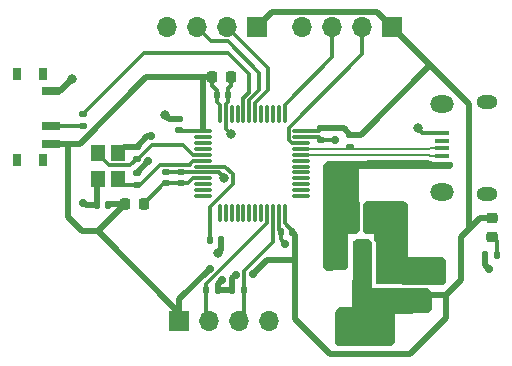
<source format=gbr>
%TF.GenerationSoftware,KiCad,Pcbnew,7.0.9*%
%TF.CreationDate,2023-12-08T01:22:57+08:00*%
%TF.ProjectId,Basic_STM32_Bluepill,42617369-635f-4535-944d-33325f426c75,rev?*%
%TF.SameCoordinates,Original*%
%TF.FileFunction,Copper,L1,Top*%
%TF.FilePolarity,Positive*%
%FSLAX46Y46*%
G04 Gerber Fmt 4.6, Leading zero omitted, Abs format (unit mm)*
G04 Created by KiCad (PCBNEW 7.0.9) date 2023-12-08 01:22:57*
%MOMM*%
%LPD*%
G01*
G04 APERTURE LIST*
G04 Aperture macros list*
%AMRoundRect*
0 Rectangle with rounded corners*
0 $1 Rounding radius*
0 $2 $3 $4 $5 $6 $7 $8 $9 X,Y pos of 4 corners*
0 Add a 4 corners polygon primitive as box body*
4,1,4,$2,$3,$4,$5,$6,$7,$8,$9,$2,$3,0*
0 Add four circle primitives for the rounded corners*
1,1,$1+$1,$2,$3*
1,1,$1+$1,$4,$5*
1,1,$1+$1,$6,$7*
1,1,$1+$1,$8,$9*
0 Add four rect primitives between the rounded corners*
20,1,$1+$1,$2,$3,$4,$5,0*
20,1,$1+$1,$4,$5,$6,$7,0*
20,1,$1+$1,$6,$7,$8,$9,0*
20,1,$1+$1,$8,$9,$2,$3,0*%
G04 Aperture macros list end*
%TA.AperFunction,SMDPad,CuDef*%
%ADD10RoundRect,0.140000X-0.140000X-0.170000X0.140000X-0.170000X0.140000X0.170000X-0.140000X0.170000X0*%
%TD*%
%TA.AperFunction,SMDPad,CuDef*%
%ADD11RoundRect,0.140000X0.170000X-0.140000X0.170000X0.140000X-0.170000X0.140000X-0.170000X-0.140000X0*%
%TD*%
%TA.AperFunction,SMDPad,CuDef*%
%ADD12R,1.200000X1.400000*%
%TD*%
%TA.AperFunction,SMDPad,CuDef*%
%ADD13RoundRect,0.135000X0.135000X0.185000X-0.135000X0.185000X-0.135000X-0.185000X0.135000X-0.185000X0*%
%TD*%
%TA.AperFunction,SMDPad,CuDef*%
%ADD14R,1.300000X0.450000*%
%TD*%
%TA.AperFunction,HeatsinkPad*%
%ADD15O,1.800000X1.150000*%
%TD*%
%TA.AperFunction,HeatsinkPad*%
%ADD16O,2.000000X1.450000*%
%TD*%
%TA.AperFunction,SMDPad,CuDef*%
%ADD17RoundRect,0.135000X-0.135000X-0.185000X0.135000X-0.185000X0.135000X0.185000X-0.135000X0.185000X0*%
%TD*%
%TA.AperFunction,SMDPad,CuDef*%
%ADD18RoundRect,0.135000X0.185000X-0.135000X0.185000X0.135000X-0.185000X0.135000X-0.185000X-0.135000X0*%
%TD*%
%TA.AperFunction,SMDPad,CuDef*%
%ADD19RoundRect,0.135000X-0.185000X0.135000X-0.185000X-0.135000X0.185000X-0.135000X0.185000X0.135000X0*%
%TD*%
%TA.AperFunction,ComponentPad*%
%ADD20R,1.700000X1.700000*%
%TD*%
%TA.AperFunction,ComponentPad*%
%ADD21O,1.700000X1.700000*%
%TD*%
%TA.AperFunction,SMDPad,CuDef*%
%ADD22RoundRect,0.218750X0.218750X0.256250X-0.218750X0.256250X-0.218750X-0.256250X0.218750X-0.256250X0*%
%TD*%
%TA.AperFunction,SMDPad,CuDef*%
%ADD23RoundRect,0.140000X0.140000X0.170000X-0.140000X0.170000X-0.140000X-0.170000X0.140000X-0.170000X0*%
%TD*%
%TA.AperFunction,SMDPad,CuDef*%
%ADD24RoundRect,0.140000X-0.170000X0.140000X-0.170000X-0.140000X0.170000X-0.140000X0.170000X0.140000X0*%
%TD*%
%TA.AperFunction,SMDPad,CuDef*%
%ADD25RoundRect,0.250000X0.475000X-0.250000X0.475000X0.250000X-0.475000X0.250000X-0.475000X-0.250000X0*%
%TD*%
%TA.AperFunction,SMDPad,CuDef*%
%ADD26RoundRect,0.218750X0.256250X-0.218750X0.256250X0.218750X-0.256250X0.218750X-0.256250X-0.218750X0*%
%TD*%
%TA.AperFunction,SMDPad,CuDef*%
%ADD27R,0.800000X1.000000*%
%TD*%
%TA.AperFunction,SMDPad,CuDef*%
%ADD28R,1.500000X0.700000*%
%TD*%
%TA.AperFunction,SMDPad,CuDef*%
%ADD29RoundRect,0.225000X-0.225000X-0.250000X0.225000X-0.250000X0.225000X0.250000X-0.225000X0.250000X0*%
%TD*%
%TA.AperFunction,SMDPad,CuDef*%
%ADD30R,1.500000X2.000000*%
%TD*%
%TA.AperFunction,SMDPad,CuDef*%
%ADD31R,3.800000X2.000000*%
%TD*%
%TA.AperFunction,SMDPad,CuDef*%
%ADD32RoundRect,0.250000X-0.250000X-0.475000X0.250000X-0.475000X0.250000X0.475000X-0.250000X0.475000X0*%
%TD*%
%TA.AperFunction,SMDPad,CuDef*%
%ADD33RoundRect,0.075000X-0.662500X-0.075000X0.662500X-0.075000X0.662500X0.075000X-0.662500X0.075000X0*%
%TD*%
%TA.AperFunction,SMDPad,CuDef*%
%ADD34RoundRect,0.075000X-0.075000X-0.662500X0.075000X-0.662500X0.075000X0.662500X-0.075000X0.662500X0*%
%TD*%
%TA.AperFunction,ViaPad*%
%ADD35C,0.700000*%
%TD*%
%TA.AperFunction,ViaPad*%
%ADD36C,0.800000*%
%TD*%
%TA.AperFunction,Conductor*%
%ADD37C,0.300000*%
%TD*%
%TA.AperFunction,Conductor*%
%ADD38C,0.500000*%
%TD*%
%TA.AperFunction,Conductor*%
%ADD39C,0.200000*%
%TD*%
G04 APERTURE END LIST*
D10*
%TO.P,C3,1*%
%TO.N,/NRST*%
X150420000Y-99500000D03*
%TO.P,C3,2*%
%TO.N,GND*%
X151380000Y-99500000D03*
%TD*%
D11*
%TO.P,C4,1*%
%TO.N,/HSE_IN*%
X144200000Y-92580000D03*
%TO.P,C4,2*%
%TO.N,GND*%
X144200000Y-91620000D03*
%TD*%
D12*
%TO.P,Y1,1,1*%
%TO.N,/HSE_IN*%
X140920000Y-92100000D03*
%TO.P,Y1,2,2*%
%TO.N,GND*%
X140920000Y-94300000D03*
%TO.P,Y1,3,3*%
%TO.N,/HSE_OUT*%
X142620000Y-94300000D03*
%TO.P,Y1,4,4*%
%TO.N,GND*%
X142620000Y-92100000D03*
%TD*%
D13*
%TO.P,R3,1*%
%TO.N,/I2C2_SDA*%
X153310000Y-103700000D03*
%TO.P,R3,2*%
%TO.N,+3.3V*%
X152290000Y-103700000D03*
%TD*%
D14*
%TO.P,J3,1,VBUS*%
%TO.N,VBUS*%
X170045000Y-93000000D03*
%TO.P,J3,2,D-*%
%TO.N,/USB_D-*%
X170045000Y-92350000D03*
%TO.P,J3,3,D+*%
%TO.N,/USB_D+*%
X170045000Y-91700000D03*
%TO.P,J3,4,ID*%
%TO.N,unconnected-(J3-ID-Pad4)*%
X170045000Y-91050000D03*
%TO.P,J3,5,GND*%
%TO.N,GND*%
X170045000Y-90400000D03*
D15*
%TO.P,J3,6,Shield*%
%TO.N,unconnected-(J3-Shield-Pad6)*%
X173895000Y-95575000D03*
D16*
X170095000Y-95425000D03*
X170095000Y-87975000D03*
D15*
X173895000Y-87825000D03*
%TD*%
D17*
%TO.P,R1,1*%
%TO.N,GND*%
X173663000Y-100711500D03*
%TO.P,R1,2*%
%TO.N,/POWER_LED*%
X174683000Y-100711500D03*
%TD*%
D18*
%TO.P,R4,1*%
%TO.N,/SW_BOOT0*%
X139649000Y-89827000D03*
%TO.P,R4,2*%
%TO.N,/BOOT0*%
X139649000Y-88807000D03*
%TD*%
D19*
%TO.P,R5,1*%
%TO.N,+3.3V*%
X162300000Y-90590000D03*
%TO.P,R5,2*%
%TO.N,/USB_D+*%
X162300000Y-91610000D03*
%TD*%
D10*
%TO.P,C8,1*%
%TO.N,+3.3V*%
X151008000Y-87158000D03*
%TO.P,C8,2*%
%TO.N,GND*%
X151968000Y-87158000D03*
%TD*%
D11*
%TO.P,C9,1*%
%TO.N,+3.3V*%
X147800000Y-90180000D03*
%TO.P,C9,2*%
%TO.N,GND*%
X147800000Y-89220000D03*
%TD*%
D20*
%TO.P,J2,1,Pin_1*%
%TO.N,+3.3V*%
X154381000Y-81443000D03*
D21*
%TO.P,J2,2,Pin_2*%
%TO.N,/USART1_TX*%
X151841000Y-81443000D03*
%TO.P,J2,3,Pin_3*%
%TO.N,/USART1_RX*%
X149301000Y-81443000D03*
%TO.P,J2,4,Pin_4*%
%TO.N,GND*%
X146761000Y-81443000D03*
%TD*%
D22*
%TO.P,FB1,1*%
%TO.N,+3.3VA*%
X144787500Y-96400000D03*
%TO.P,FB1,2*%
%TO.N,+3.3V*%
X143212500Y-96400000D03*
%TD*%
D23*
%TO.P,C10,1*%
%TO.N,+3.3V*%
X157380000Y-98800000D03*
%TO.P,C10,2*%
%TO.N,GND*%
X156420000Y-98800000D03*
%TD*%
D11*
%TO.P,C12,1*%
%TO.N,+3.3VA*%
X146700000Y-94680000D03*
%TO.P,C12,2*%
%TO.N,GND*%
X146700000Y-93720000D03*
%TD*%
D20*
%TO.P,J4,1,Pin_1*%
%TO.N,+3.3V*%
X165862000Y-81443000D03*
D21*
%TO.P,J4,2,Pin_2*%
%TO.N,/SWDIO*%
X163322000Y-81443000D03*
%TO.P,J4,3,Pin_3*%
%TO.N,/SWCLK*%
X160782000Y-81443000D03*
%TO.P,J4,4,Pin_4*%
%TO.N,GND*%
X158242000Y-81443000D03*
%TD*%
D11*
%TO.P,C11,1*%
%TO.N,+3.3VA*%
X148000000Y-94680000D03*
%TO.P,C11,2*%
%TO.N,GND*%
X148000000Y-93720000D03*
%TD*%
D24*
%TO.P,C6,1*%
%TO.N,+3.3V*%
X159842000Y-90020000D03*
%TO.P,C6,2*%
%TO.N,GND*%
X159842000Y-90980000D03*
%TD*%
D25*
%TO.P,C2,1*%
%TO.N,+3.3V*%
X168200000Y-104150000D03*
%TO.P,C2,2*%
%TO.N,GND*%
X168200000Y-102250000D03*
%TD*%
D20*
%TO.P,J1,1,Pin_1*%
%TO.N,+3.3V*%
X147828000Y-106299000D03*
D21*
%TO.P,J1,2,Pin_2*%
%TO.N,/I2C2_SCL*%
X150368000Y-106299000D03*
%TO.P,J1,3,Pin_3*%
%TO.N,/I2C2_SDA*%
X152908000Y-106299000D03*
%TO.P,J1,4,Pin_4*%
%TO.N,GND*%
X155448000Y-106299000D03*
%TD*%
D26*
%TO.P,D1,1,K*%
%TO.N,/POWER_LED*%
X174300000Y-99187500D03*
%TO.P,D1,2,A*%
%TO.N,+3.3V*%
X174300000Y-97612500D03*
%TD*%
D27*
%TO.P,SW1,*%
%TO.N,*%
X136280000Y-85413000D03*
X134070000Y-85413000D03*
X136280000Y-92713000D03*
X134070000Y-92713000D03*
D28*
%TO.P,SW1,1,A*%
%TO.N,GND*%
X136930000Y-86813000D03*
%TO.P,SW1,2,B*%
%TO.N,/SW_BOOT0*%
X136930000Y-89813000D03*
%TO.P,SW1,3,C*%
%TO.N,+3.3V*%
X136930000Y-91313000D03*
%TD*%
D17*
%TO.P,R2,1*%
%TO.N,/I2C2_SCL*%
X150090000Y-103700000D03*
%TO.P,R2,2*%
%TO.N,+3.3V*%
X151110000Y-103700000D03*
%TD*%
D29*
%TO.P,C5,1*%
%TO.N,+3.3V*%
X150625000Y-85700000D03*
%TO.P,C5,2*%
%TO.N,GND*%
X152175000Y-85700000D03*
%TD*%
D11*
%TO.P,C7,1*%
%TO.N,/HSE_OUT*%
X144200000Y-94780000D03*
%TO.P,C7,2*%
%TO.N,GND*%
X144200000Y-93820000D03*
%TD*%
D30*
%TO.P,U1,1,GND*%
%TO.N,GND*%
X165600000Y-100557000D03*
%TO.P,U1,2,VO*%
%TO.N,+3.3V*%
X163300000Y-100557000D03*
D31*
X163300000Y-106857000D03*
D30*
%TO.P,U1,3,VI*%
%TO.N,VBUS*%
X161000000Y-100557000D03*
%TD*%
D23*
%TO.P,C13,1*%
%TO.N,+3.3V*%
X141780000Y-96500000D03*
%TO.P,C13,2*%
%TO.N,GND*%
X140820000Y-96500000D03*
%TD*%
D32*
%TO.P,C1,1*%
%TO.N,VBUS*%
X162384000Y-97800000D03*
%TO.P,C1,2*%
%TO.N,GND*%
X164284000Y-97800000D03*
%TD*%
D33*
%TO.P,U2,1,VBAT*%
%TO.N,+3.3V*%
X149837500Y-90250000D03*
%TO.P,U2,2,PC13*%
%TO.N,unconnected-(U2-PC13-Pad2)*%
X149837500Y-90750000D03*
%TO.P,U2,3,PC14*%
%TO.N,unconnected-(U2-PC14-Pad3)*%
X149837500Y-91250000D03*
%TO.P,U2,4,PC15*%
%TO.N,unconnected-(U2-PC15-Pad4)*%
X149837500Y-91750000D03*
%TO.P,U2,5,PD0*%
%TO.N,/HSE_IN*%
X149837500Y-92250000D03*
%TO.P,U2,6,PD1*%
%TO.N,/HSE_OUT*%
X149837500Y-92750000D03*
%TO.P,U2,7,NRST*%
%TO.N,/NRST*%
X149837500Y-93250000D03*
%TO.P,U2,8,VSSA*%
%TO.N,GND*%
X149837500Y-93750000D03*
%TO.P,U2,9,VDDA*%
%TO.N,+3.3VA*%
X149837500Y-94250000D03*
%TO.P,U2,10,PA0*%
%TO.N,unconnected-(U2-PA0-Pad10)*%
X149837500Y-94750000D03*
%TO.P,U2,11,PA1*%
%TO.N,unconnected-(U2-PA1-Pad11)*%
X149837500Y-95250000D03*
%TO.P,U2,12,PA2*%
%TO.N,unconnected-(U2-PA2-Pad12)*%
X149837500Y-95750000D03*
D34*
%TO.P,U2,13,PA3*%
%TO.N,unconnected-(U2-PA3-Pad13)*%
X151250000Y-97162500D03*
%TO.P,U2,14,PA4*%
%TO.N,unconnected-(U2-PA4-Pad14)*%
X151750000Y-97162500D03*
%TO.P,U2,15,PA5*%
%TO.N,unconnected-(U2-PA5-Pad15)*%
X152250000Y-97162500D03*
%TO.P,U2,16,PA6*%
%TO.N,unconnected-(U2-PA6-Pad16)*%
X152750000Y-97162500D03*
%TO.P,U2,17,PA7*%
%TO.N,unconnected-(U2-PA7-Pad17)*%
X153250000Y-97162500D03*
%TO.P,U2,18,PB0*%
%TO.N,unconnected-(U2-PB0-Pad18)*%
X153750000Y-97162500D03*
%TO.P,U2,19,PB1*%
%TO.N,unconnected-(U2-PB1-Pad19)*%
X154250000Y-97162500D03*
%TO.P,U2,20,PB2*%
%TO.N,unconnected-(U2-PB2-Pad20)*%
X154750000Y-97162500D03*
%TO.P,U2,21,PB10*%
%TO.N,/I2C2_SCL*%
X155250000Y-97162500D03*
%TO.P,U2,22,PB11*%
%TO.N,/I2C2_SDA*%
X155750000Y-97162500D03*
%TO.P,U2,23,VSS*%
%TO.N,GND*%
X156250000Y-97162500D03*
%TO.P,U2,24,VDD*%
%TO.N,+3.3V*%
X156750000Y-97162500D03*
D33*
%TO.P,U2,25,PB12*%
%TO.N,unconnected-(U2-PB12-Pad25)*%
X158162500Y-95750000D03*
%TO.P,U2,26,PB13*%
%TO.N,unconnected-(U2-PB13-Pad26)*%
X158162500Y-95250000D03*
%TO.P,U2,27,PB14*%
%TO.N,unconnected-(U2-PB14-Pad27)*%
X158162500Y-94750000D03*
%TO.P,U2,28,PB15*%
%TO.N,unconnected-(U2-PB15-Pad28)*%
X158162500Y-94250000D03*
%TO.P,U2,29,PA8*%
%TO.N,unconnected-(U2-PA8-Pad29)*%
X158162500Y-93750000D03*
%TO.P,U2,30,PA9*%
%TO.N,unconnected-(U2-PA9-Pad30)*%
X158162500Y-93250000D03*
%TO.P,U2,31,PA10*%
%TO.N,unconnected-(U2-PA10-Pad31)*%
X158162500Y-92750000D03*
%TO.P,U2,32,PA11*%
%TO.N,/USB_D-*%
X158162500Y-92250000D03*
%TO.P,U2,33,PA12*%
%TO.N,/USB_D+*%
X158162500Y-91750000D03*
%TO.P,U2,34,PA13*%
%TO.N,/SWDIO*%
X158162500Y-91250000D03*
%TO.P,U2,35,VSS*%
%TO.N,GND*%
X158162500Y-90750000D03*
%TO.P,U2,36,VDD*%
%TO.N,+3.3V*%
X158162500Y-90250000D03*
D34*
%TO.P,U2,37,PA14*%
%TO.N,/SWCLK*%
X156750000Y-88837500D03*
%TO.P,U2,38,PA15*%
%TO.N,unconnected-(U2-PA15-Pad38)*%
X156250000Y-88837500D03*
%TO.P,U2,39,PB3*%
%TO.N,unconnected-(U2-PB3-Pad39)*%
X155750000Y-88837500D03*
%TO.P,U2,40,PB4*%
%TO.N,unconnected-(U2-PB4-Pad40)*%
X155250000Y-88837500D03*
%TO.P,U2,41,PB5*%
%TO.N,unconnected-(U2-PB5-Pad41)*%
X154750000Y-88837500D03*
%TO.P,U2,42,PB6*%
%TO.N,/USART1_TX*%
X154250000Y-88837500D03*
%TO.P,U2,43,PB7*%
%TO.N,/USART1_RX*%
X153750000Y-88837500D03*
%TO.P,U2,44,BOOT0*%
%TO.N,/BOOT0*%
X153250000Y-88837500D03*
%TO.P,U2,45,PB8*%
%TO.N,unconnected-(U2-PB8-Pad45)*%
X152750000Y-88837500D03*
%TO.P,U2,46,PB9*%
%TO.N,unconnected-(U2-PB9-Pad46)*%
X152250000Y-88837500D03*
%TO.P,U2,47,VSS*%
%TO.N,GND*%
X151750000Y-88837500D03*
%TO.P,U2,48,VDD*%
%TO.N,+3.3V*%
X151250000Y-88837500D03*
%TD*%
D35*
%TO.N,GND*%
X169800000Y-102300000D03*
X145200000Y-92800000D03*
X145422753Y-90704778D03*
D36*
X168000000Y-90000000D03*
D35*
X174000000Y-101900000D03*
D36*
X151600000Y-94200000D03*
X138700000Y-85800000D03*
X151100000Y-100600000D03*
D35*
X139700000Y-96300000D03*
X165400000Y-98400000D03*
X166200000Y-102400000D03*
D36*
X146600000Y-88900000D03*
X152200000Y-90500000D03*
D35*
X165400000Y-96900000D03*
X165000000Y-102400000D03*
X156800000Y-99800000D03*
X161000000Y-91000000D03*
%TO.N,+3.3V*%
X154050000Y-102350000D03*
X150405378Y-101905378D03*
X152610500Y-102407705D03*
X151450000Y-102850000D03*
%TD*%
D37*
%TO.N,GND*%
X151750000Y-88837500D02*
X151750000Y-90050000D01*
X151968000Y-87158000D02*
X151968000Y-86632000D01*
X148000000Y-93720000D02*
X146700000Y-93720000D01*
D38*
X143100000Y-91620000D02*
X142620000Y-92100000D01*
D37*
X151968000Y-86632000D02*
X152175000Y-86425000D01*
D38*
X146920000Y-89220000D02*
X146600000Y-88900000D01*
D37*
X159842000Y-90980000D02*
X159842000Y-90940000D01*
X152175000Y-86425000D02*
X152175000Y-85700000D01*
D38*
X137687000Y-86813000D02*
X138700000Y-85800000D01*
X145200000Y-92820000D02*
X144200000Y-93820000D01*
X140820000Y-96500000D02*
X140820000Y-94400000D01*
D37*
X159612000Y-90750000D02*
X159842000Y-90980000D01*
D38*
X151380000Y-99500000D02*
X151380000Y-100320000D01*
X173663000Y-101563000D02*
X174000000Y-101900000D01*
D37*
X158162500Y-90750000D02*
X159612000Y-90750000D01*
X168400000Y-90400000D02*
X168000000Y-90000000D01*
X151968000Y-87778880D02*
X151968000Y-87158000D01*
X149837500Y-93750000D02*
X151150000Y-93750000D01*
D38*
X140820000Y-94400000D02*
X140920000Y-94300000D01*
X145200000Y-92800000D02*
X145200000Y-92820000D01*
D37*
X160980000Y-90980000D02*
X161000000Y-91000000D01*
D38*
X139900000Y-96500000D02*
X139700000Y-96300000D01*
X140820000Y-96500000D02*
X139900000Y-96500000D01*
D37*
X156420000Y-99420000D02*
X156800000Y-99800000D01*
D38*
X136930000Y-86813000D02*
X137687000Y-86813000D01*
D37*
X156250000Y-97162500D02*
X156250000Y-98630000D01*
X151750000Y-90050000D02*
X152200000Y-90500000D01*
X151750000Y-87996880D02*
X151968000Y-87778880D01*
D38*
X145422753Y-90704778D02*
X145115222Y-90704778D01*
X145115222Y-90704778D02*
X144200000Y-91620000D01*
X151380000Y-100320000D02*
X151100000Y-100600000D01*
X147800000Y-89220000D02*
X146920000Y-89220000D01*
D37*
X156250000Y-98630000D02*
X156420000Y-98800000D01*
D38*
X173663000Y-100711500D02*
X173663000Y-101563000D01*
D37*
X156420000Y-98800000D02*
X156420000Y-99420000D01*
X151750000Y-88837500D02*
X151750000Y-87996880D01*
D38*
X168200000Y-102250000D02*
X168350000Y-102250000D01*
D37*
X151150000Y-93750000D02*
X151600000Y-94200000D01*
X148030000Y-93750000D02*
X148000000Y-93720000D01*
X159842000Y-90980000D02*
X160980000Y-90980000D01*
D38*
X164284000Y-97800000D02*
X164500000Y-97800000D01*
X144200000Y-91620000D02*
X143100000Y-91620000D01*
D37*
X170045000Y-90400000D02*
X168400000Y-90400000D01*
X149837500Y-93750000D02*
X148030000Y-93750000D01*
%TO.N,+3.3V*%
X158162500Y-90250000D02*
X159612000Y-90250000D01*
D38*
X157600000Y-101157000D02*
X157600000Y-106150000D01*
X138400000Y-97550000D02*
X138400000Y-91450000D01*
D37*
X150625000Y-86425000D02*
X150625000Y-85700000D01*
D38*
X149800000Y-90112500D02*
X149837500Y-90150000D01*
X159842000Y-90020000D02*
X161730000Y-90020000D01*
X147828000Y-104482756D02*
X147828000Y-106299000D01*
X151110000Y-103700000D02*
X151110000Y-103190000D01*
X163160000Y-90590000D02*
X169084500Y-84665500D01*
D37*
X151008000Y-87808000D02*
X151008000Y-87158000D01*
D38*
X143212500Y-96400000D02*
X141880000Y-96400000D01*
X171700000Y-99200000D02*
X172350000Y-98550000D01*
X149700000Y-85700000D02*
X149800000Y-85800000D01*
X174300000Y-97612500D02*
X173287500Y-97612500D01*
X151110000Y-103190000D02*
X151450000Y-102850000D01*
X139550000Y-98700000D02*
X138400000Y-97550000D01*
D37*
X151008000Y-87158000D02*
X151008000Y-86808000D01*
D38*
X154050000Y-102350000D02*
X155243000Y-101157000D01*
X171700000Y-102850000D02*
X170400000Y-104150000D01*
X147828000Y-106299000D02*
X147828000Y-105615500D01*
X149700000Y-85700000D02*
X145000000Y-85700000D01*
X170400000Y-104150000D02*
X168200000Y-104150000D01*
X165862000Y-81443000D02*
X169084500Y-84665500D01*
X147828000Y-105615500D02*
X140912500Y-98700000D01*
X157600000Y-101157000D02*
X157600000Y-99020000D01*
X172350000Y-98550000D02*
X172350000Y-87931000D01*
X155243000Y-101157000D02*
X157600000Y-101157000D01*
D37*
X159612000Y-90250000D02*
X159842000Y-90020000D01*
D38*
X141880000Y-96400000D02*
X141780000Y-96500000D01*
X139387000Y-91313000D02*
X136930000Y-91313000D01*
X140912500Y-98700000D02*
X143212500Y-96400000D01*
X157600000Y-99020000D02*
X157380000Y-98800000D01*
X152290000Y-102728205D02*
X152290000Y-103700000D01*
X161730000Y-90020000D02*
X162300000Y-90590000D01*
X162300000Y-90590000D02*
X163160000Y-90590000D01*
X172350000Y-87931000D02*
X165862000Y-81443000D01*
X167350000Y-109150000D02*
X170400000Y-106100000D01*
X152290000Y-103700000D02*
X151110000Y-103700000D01*
X164562000Y-80143000D02*
X155681000Y-80143000D01*
D37*
X149837500Y-90250000D02*
X147870000Y-90250000D01*
X157380000Y-98680000D02*
X157380000Y-98800000D01*
D38*
X149800000Y-85800000D02*
X149800000Y-90112500D01*
D37*
X156750000Y-97162500D02*
X156750000Y-98050000D01*
D38*
X140912500Y-98700000D02*
X139550000Y-98700000D01*
X171700000Y-99200000D02*
X171700000Y-102850000D01*
X150405378Y-101905378D02*
X147828000Y-104482756D01*
X173287500Y-97612500D02*
X171700000Y-99200000D01*
D37*
X151250000Y-88050000D02*
X151008000Y-87808000D01*
D38*
X165862000Y-81443000D02*
X164562000Y-80143000D01*
X149700000Y-85700000D02*
X150625000Y-85700000D01*
X145000000Y-85700000D02*
X139387000Y-91313000D01*
X152610500Y-102407705D02*
X152290000Y-102728205D01*
D37*
X156750000Y-98050000D02*
X157380000Y-98680000D01*
D38*
X170400000Y-106100000D02*
X170400000Y-104150000D01*
X157600000Y-106150000D02*
X160600000Y-109150000D01*
D37*
X151250000Y-88837500D02*
X151250000Y-88050000D01*
X147870000Y-90250000D02*
X147800000Y-90180000D01*
D38*
X155681000Y-80143000D02*
X154381000Y-81443000D01*
X160600000Y-109150000D02*
X167350000Y-109150000D01*
D37*
X151008000Y-86808000D02*
X150625000Y-86425000D01*
%TO.N,/NRST*%
X150420000Y-96651880D02*
X150420000Y-99500000D01*
X152350000Y-94721880D02*
X150420000Y-96651880D01*
X152350000Y-93889339D02*
X152350000Y-94721880D01*
X149837500Y-93250000D02*
X151710661Y-93250000D01*
X151710661Y-93250000D02*
X152350000Y-93889339D01*
%TO.N,/HSE_IN*%
X141870000Y-93150000D02*
X140920000Y-92200000D01*
X143630000Y-93150000D02*
X141870000Y-93150000D01*
X148996880Y-92250000D02*
X148146880Y-91400000D01*
X144200000Y-92580000D02*
X143630000Y-93150000D01*
X148146880Y-91400000D02*
X145500000Y-91400000D01*
X149837500Y-92250000D02*
X148996880Y-92250000D01*
X145500000Y-91400000D02*
X144320000Y-92580000D01*
X140920000Y-92200000D02*
X140920000Y-92100000D01*
X144320000Y-92580000D02*
X144200000Y-92580000D01*
%TO.N,/HSE_OUT*%
X144200000Y-94780000D02*
X143100000Y-94780000D01*
X144509999Y-94780000D02*
X144200000Y-94780000D01*
X148690000Y-93090000D02*
X146199999Y-93090000D01*
X143100000Y-94780000D02*
X142620000Y-94300000D01*
X148700000Y-93100000D02*
X148690000Y-93090000D01*
X146199999Y-93090000D02*
X144509999Y-94780000D01*
X148996880Y-92750000D02*
X148700000Y-93046880D01*
X149837500Y-92750000D02*
X148996880Y-92750000D01*
X148700000Y-93046880D02*
X148700000Y-93100000D01*
%TO.N,+3.3VA*%
X146507500Y-94680000D02*
X144787500Y-96400000D01*
X149837500Y-94250000D02*
X148996880Y-94250000D01*
X148000000Y-94680000D02*
X146700000Y-94680000D01*
X146700000Y-94680000D02*
X146507500Y-94680000D01*
X148566880Y-94680000D02*
X148000000Y-94680000D01*
X148996880Y-94250000D02*
X148566880Y-94680000D01*
%TO.N,/POWER_LED*%
X174300000Y-99187500D02*
X174683000Y-99570500D01*
X174683000Y-99570500D02*
X174683000Y-100711500D01*
%TO.N,/I2C2_SCL*%
X155250000Y-97162500D02*
X155250000Y-98050000D01*
X150090000Y-106021000D02*
X150368000Y-106299000D01*
X155250000Y-98050000D02*
X150090000Y-103210000D01*
X150090000Y-103700000D02*
X150090000Y-106021000D01*
X150090000Y-103210000D02*
X150090000Y-103700000D01*
%TO.N,/I2C2_SDA*%
X153310000Y-102090000D02*
X153310000Y-103700000D01*
X155750000Y-99650000D02*
X153310000Y-102090000D01*
X153310000Y-103700000D02*
X153310000Y-105897000D01*
X155750000Y-97162500D02*
X155750000Y-99650000D01*
X153310000Y-105897000D02*
X152908000Y-106299000D01*
%TO.N,/USART1_TX*%
X155300000Y-84902000D02*
X151841000Y-81443000D01*
X154250000Y-87850000D02*
X155300000Y-86800000D01*
X155300000Y-86800000D02*
X155300000Y-84902000D01*
X154250000Y-88837500D02*
X154250000Y-87850000D01*
%TO.N,/USART1_RX*%
X153750000Y-88837500D02*
X153750000Y-87642894D01*
X154600000Y-85300000D02*
X151943000Y-82643000D01*
X153750000Y-87642894D02*
X154600000Y-86792894D01*
X154600000Y-86792894D02*
X154600000Y-85300000D01*
X151943000Y-82643000D02*
X150501000Y-82643000D01*
X150501000Y-82643000D02*
X149301000Y-81443000D01*
D39*
%TO.N,/USB_D-*%
X169069999Y-92350000D02*
X170045000Y-92350000D01*
X158162500Y-92250000D02*
X158932410Y-92250000D01*
X168969999Y-92250000D02*
X169069999Y-92350000D01*
X158162500Y-92250000D02*
X168969999Y-92250000D01*
%TO.N,/USB_D+*%
X158212500Y-91800000D02*
X168969999Y-91800000D01*
X169069999Y-91700000D02*
X170045000Y-91700000D01*
X158162500Y-91750000D02*
X158212499Y-91799999D01*
X158212499Y-91799999D02*
X158212500Y-91800000D01*
X158162500Y-91750000D02*
X158212500Y-91800000D01*
X168969999Y-91800000D02*
X169069999Y-91700000D01*
D37*
%TO.N,/SWDIO*%
X157075000Y-91003120D02*
X157321880Y-91250000D01*
X163322000Y-81443000D02*
X163322000Y-83749880D01*
X163322000Y-83749880D02*
X157075000Y-89996880D01*
X157075000Y-89996880D02*
X157075000Y-91003120D01*
X157321880Y-91250000D02*
X158162500Y-91250000D01*
%TO.N,/SWCLK*%
X156750000Y-88050000D02*
X156750000Y-88837500D01*
X160782000Y-84018000D02*
X156750000Y-88050000D01*
X160782000Y-81443000D02*
X160782000Y-84018000D01*
%TO.N,/SW_BOOT0*%
X136944000Y-89827000D02*
X136930000Y-89813000D01*
X139649000Y-89827000D02*
X136944000Y-89827000D01*
%TO.N,/BOOT0*%
X144856000Y-83600000D02*
X139649000Y-88807000D01*
X153700000Y-86985788D02*
X153700000Y-85400000D01*
X153700000Y-85400000D02*
X151900000Y-83600000D01*
X151900000Y-83600000D02*
X144856000Y-83600000D01*
X153250000Y-88837500D02*
X153250000Y-87435788D01*
X153250000Y-87435788D02*
X153700000Y-86985788D01*
%TD*%
%TA.AperFunction,Conductor*%
%TO.N,+3.3V*%
G36*
X163350000Y-99375000D02*
G01*
X163799941Y-99389061D01*
X163866330Y-99410828D01*
X163885102Y-99426696D01*
X164115040Y-99663931D01*
X164147563Y-99725768D01*
X164150000Y-99750231D01*
X164150000Y-103500000D01*
X166675000Y-103525000D01*
X168849014Y-103546525D01*
X168915855Y-103566872D01*
X168935900Y-103583273D01*
X169050623Y-103699136D01*
X169164115Y-103813758D01*
X169197295Y-103875244D01*
X169200000Y-103901002D01*
X169200000Y-105299212D01*
X169180315Y-105366251D01*
X169164374Y-105386195D01*
X168935662Y-105618566D01*
X168874607Y-105652536D01*
X168849256Y-105655567D01*
X166349962Y-105695238D01*
X166349961Y-105695238D01*
X166050000Y-105700000D01*
X166050000Y-105999999D01*
X166050000Y-108098638D01*
X166030315Y-108165677D01*
X166013681Y-108186319D01*
X165786319Y-108413681D01*
X165724996Y-108447166D01*
X165698638Y-108450000D01*
X161351913Y-108450000D01*
X161284874Y-108430315D01*
X161263570Y-108413014D01*
X161040974Y-108187019D01*
X161007955Y-108125444D01*
X161005331Y-108098126D01*
X161041667Y-105700000D01*
X161044685Y-105500772D01*
X161065383Y-105434040D01*
X161081657Y-105414309D01*
X161313800Y-105185657D01*
X161375375Y-105152638D01*
X161400814Y-105150000D01*
X162149999Y-105150000D01*
X162150000Y-105150000D01*
X162450000Y-105150000D01*
X162477638Y-103547030D01*
X162500000Y-102250000D01*
X162543933Y-99701815D01*
X162564771Y-99635128D01*
X162582385Y-99614175D01*
X162812297Y-99395148D01*
X162874414Y-99363159D01*
X162901697Y-99360990D01*
X163350000Y-99375000D01*
G37*
%TD.AperFunction*%
%TD*%
%TA.AperFunction,Conductor*%
%TO.N,VBUS*%
G36*
X168876035Y-92710097D02*
G01*
X168876626Y-92708279D01*
X168885906Y-92711294D01*
X168885909Y-92711296D01*
X168906984Y-92718143D01*
X168924948Y-92725584D01*
X168944695Y-92735646D01*
X168966584Y-92739112D01*
X168985500Y-92743653D01*
X169006566Y-92750499D01*
X169035923Y-92750499D01*
X169035947Y-92750500D01*
X169038480Y-92750500D01*
X169094167Y-92750500D01*
X169161206Y-92770185D01*
X169181848Y-92786819D01*
X169222235Y-92827206D01*
X169325009Y-92872585D01*
X169350135Y-92875500D01*
X170739864Y-92875499D01*
X170739879Y-92875497D01*
X170739882Y-92875497D01*
X170764987Y-92872586D01*
X170773989Y-92870137D01*
X170774572Y-92872282D01*
X170831202Y-92864867D01*
X170894387Y-92894690D01*
X170899692Y-92899692D01*
X170963681Y-92963681D01*
X170997166Y-93025004D01*
X171000000Y-93051362D01*
X171000000Y-93148638D01*
X170980315Y-93215677D01*
X170963681Y-93236319D01*
X170736319Y-93463681D01*
X170674996Y-93497166D01*
X170648638Y-93500000D01*
X166800000Y-93500000D01*
X166200125Y-93497553D01*
X164784000Y-93486000D01*
X163367990Y-93474447D01*
X163367989Y-93474447D01*
X163068000Y-93472000D01*
X163069737Y-93771994D01*
X163097964Y-98648432D01*
X163078668Y-98715585D01*
X163061901Y-98736577D01*
X162836362Y-98963427D01*
X162775136Y-98997089D01*
X162748427Y-99000000D01*
X162100000Y-99000000D01*
X162100000Y-99049999D01*
X162100000Y-101650358D01*
X162080315Y-101717397D01*
X162065745Y-101735924D01*
X161834595Y-101978343D01*
X161774089Y-102013276D01*
X161750761Y-102016629D01*
X161259839Y-102040007D01*
X160352698Y-102083204D01*
X160284798Y-102066730D01*
X160261231Y-102049087D01*
X160159377Y-101951968D01*
X160038429Y-101836642D01*
X160003495Y-101776133D01*
X160000000Y-101746900D01*
X160000000Y-93151362D01*
X160019685Y-93084323D01*
X160036319Y-93063681D01*
X160263681Y-92836319D01*
X160325004Y-92802834D01*
X160351362Y-92800000D01*
X160400000Y-92800000D01*
X160700000Y-92800000D01*
X160999953Y-92794916D01*
X160999957Y-92794916D01*
X166300043Y-92705084D01*
X166900000Y-92700000D01*
X168833970Y-92700000D01*
X168876035Y-92710097D01*
G37*
%TD.AperFunction*%
%TD*%
%TA.AperFunction,Conductor*%
%TO.N,GND*%
G36*
X166915677Y-96219685D02*
G01*
X166936319Y-96236319D01*
X167163681Y-96463681D01*
X167197166Y-96525004D01*
X167200000Y-96551362D01*
X167200000Y-100900000D01*
X170048638Y-100900000D01*
X170115677Y-100919685D01*
X170136319Y-100936319D01*
X170363681Y-101163681D01*
X170397166Y-101225004D01*
X170400000Y-101251362D01*
X170400000Y-102948638D01*
X170380315Y-103015677D01*
X170363681Y-103036319D01*
X170136319Y-103263681D01*
X170074996Y-103297166D01*
X170048638Y-103300000D01*
X169083914Y-103300000D01*
X169026622Y-103285971D01*
X169004821Y-103274613D01*
X168937980Y-103254266D01*
X168937977Y-103254265D01*
X168937972Y-103254264D01*
X168852042Y-103241040D01*
X164578272Y-103198724D01*
X164511431Y-103178377D01*
X164466201Y-103125122D01*
X164455500Y-103074730D01*
X164455500Y-99742637D01*
X164454747Y-99727496D01*
X164451558Y-99695484D01*
X164451059Y-99690839D01*
X164451059Y-99690837D01*
X164417947Y-99583561D01*
X164417945Y-99583557D01*
X164417944Y-99583554D01*
X164399587Y-99548653D01*
X164385424Y-99521724D01*
X164335494Y-99452807D01*
X164322478Y-99430148D01*
X164310564Y-99403164D01*
X164300000Y-99353082D01*
X164300000Y-99300000D01*
X164300000Y-99000000D01*
X164000000Y-99000000D01*
X163651362Y-99000000D01*
X163584323Y-98980315D01*
X163563681Y-98963681D01*
X163428033Y-98828033D01*
X163394548Y-98766710D01*
X163392876Y-98723421D01*
X163403459Y-98646664D01*
X163390808Y-96461267D01*
X163410103Y-96394121D01*
X163427111Y-96372888D01*
X163563683Y-96236316D01*
X163625005Y-96202834D01*
X163651362Y-96200000D01*
X166848638Y-96200000D01*
X166915677Y-96219685D01*
G37*
%TD.AperFunction*%
%TD*%
M02*

</source>
